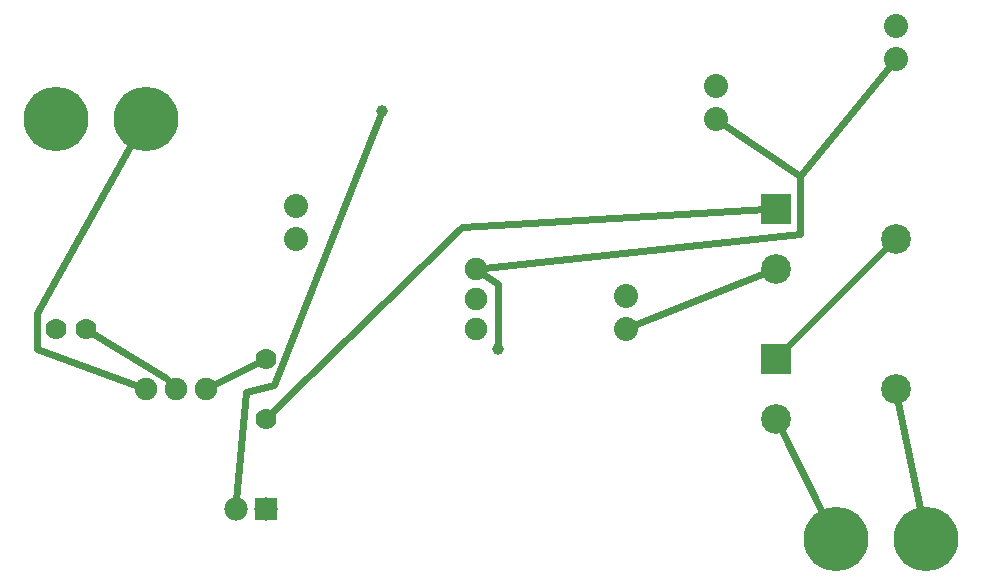
<source format=gbl>
G04 MADE WITH FRITZING*
G04 WWW.FRITZING.ORG*
G04 DOUBLE SIDED*
G04 HOLES PLATED*
G04 CONTOUR ON CENTER OF CONTOUR VECTOR*
%ASAXBY*%
%FSLAX23Y23*%
%MOIN*%
%OFA0B0*%
%SFA1.0B1.0*%
%ADD10C,0.099000*%
%ADD11C,0.215000*%
%ADD12C,0.039370*%
%ADD13C,0.070000*%
%ADD14C,0.075000*%
%ADD15C,0.080000*%
%ADD16C,0.078000*%
%ADD17R,0.099000X0.099000*%
%ADD18R,0.078000X0.078000*%
%ADD19C,0.024000*%
%LNCOPPER0*%
G90*
G70*
G54D10*
X2595Y633D03*
X2595Y833D03*
X2995Y733D03*
X2595Y1133D03*
X2595Y1333D03*
X2995Y1233D03*
G54D11*
X2795Y233D03*
X495Y1633D03*
X3095Y233D03*
X195Y1633D03*
G54D12*
X1284Y1658D03*
X1668Y866D03*
G54D13*
X195Y933D03*
X295Y933D03*
G54D14*
X495Y733D03*
X595Y733D03*
X695Y733D03*
G54D13*
X895Y833D03*
X895Y633D03*
G54D15*
X2095Y1043D03*
X2095Y933D03*
X2995Y1943D03*
X2995Y1833D03*
X2395Y1743D03*
X2395Y1633D03*
X995Y1343D03*
X995Y1233D03*
G54D14*
X1595Y1133D03*
X1595Y1033D03*
X1595Y933D03*
G54D16*
X895Y333D03*
X795Y333D03*
G54D17*
X2595Y833D03*
X2595Y1333D03*
G54D18*
X895Y333D03*
G54D19*
X3078Y318D02*
X3001Y702D01*
D02*
X2617Y856D02*
X2973Y1211D01*
D02*
X577Y755D02*
X564Y770D01*
X564Y770D02*
X317Y920D01*
D02*
X2566Y1122D02*
X2124Y945D01*
D02*
X872Y822D02*
X721Y746D01*
D02*
X2563Y1332D02*
X1548Y1274D01*
D02*
X1548Y1274D02*
X914Y652D01*
D02*
X797Y363D02*
X828Y722D01*
D02*
X828Y722D02*
X924Y746D01*
D02*
X924Y746D02*
X1277Y1641D01*
D02*
X2756Y310D02*
X2609Y605D01*
D02*
X1618Y1117D02*
X1668Y1082D01*
D02*
X1668Y1082D02*
X1668Y885D01*
D02*
X453Y1558D02*
X132Y986D01*
X132Y986D02*
X132Y866D01*
X132Y866D02*
X468Y743D01*
D02*
X2421Y1616D02*
X2676Y1442D01*
D02*
X2676Y1442D02*
X2676Y1250D01*
D02*
X2676Y1250D02*
X1623Y1136D01*
D02*
X2975Y1809D02*
X2676Y1442D01*
G04 End of Copper0*
M02*
</source>
